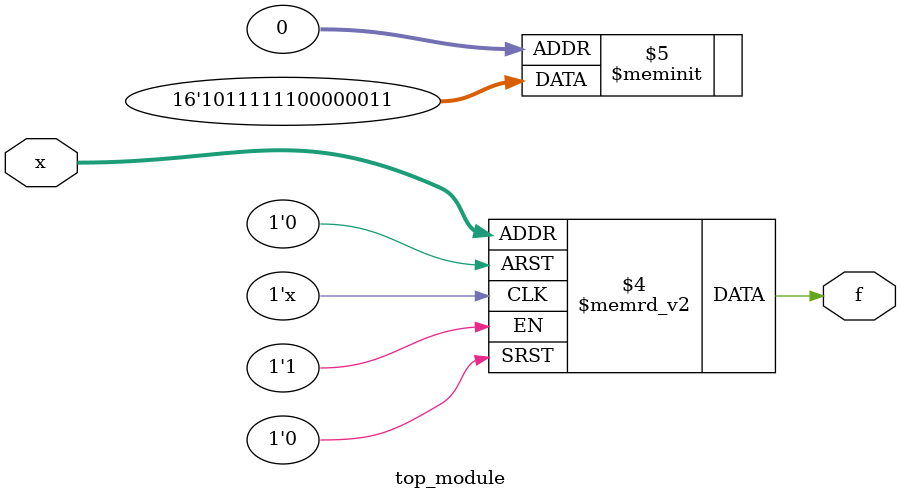
<source format=sv>
module top_module (
    input [4:1] x,
    output logic f
);

always_comb begin
    case ({x[4], x[3], x[2], x[1]})
        4'b0000: f = 1'b1; 
        4'b0001: f = 1'b1;
        4'b0010: f = 1'b0;
        4'b0011: f = 1'b0;
        4'b0100: f = 1'b0;
        4'b0101: f = 1'b0;
        4'b0110: f = 1'b0;
        4'b0111: f = 1'b0;
        4'b1000: f = 1'b1;
        4'b1001: f = 1'b1;
        4'b1010: f = 1'b1;
        4'b1011: f = 1'b1;
        4'b1100: f = 1'b1;
        4'b1101: f = 1'b1;
        4'b1110: f = 1'b0;
        4'b1111: f = 1'b1;
        default: f = 1'bx;
    endcase
end

endmodule

</source>
